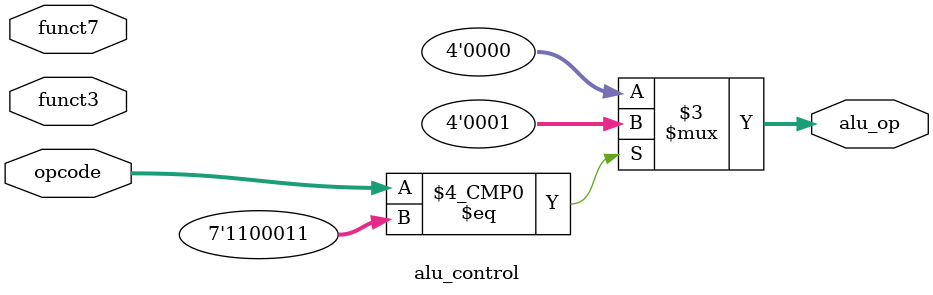
<source format=v>
module alu_control (
    input  [6:0] opcode,
    input  [2:0] funct3,
    input  [6:0] funct7,
    output reg [3:0] alu_op
);
    always @(*) begin
        case (opcode)
            7'b0110011: alu_op = 4'b0000;  // ADD (default)
            7'b0010011: alu_op = 4'b0000;  // ADDI
            7'b0000011: alu_op = 4'b0000;  // LW
            7'b0100011: alu_op = 4'b0000;  // SW
            7'b1100011: alu_op = 4'b0001;  // BEQ → SUB!
            default:    alu_op = 4'b0000;
        endcase
    end
endmodule

</source>
